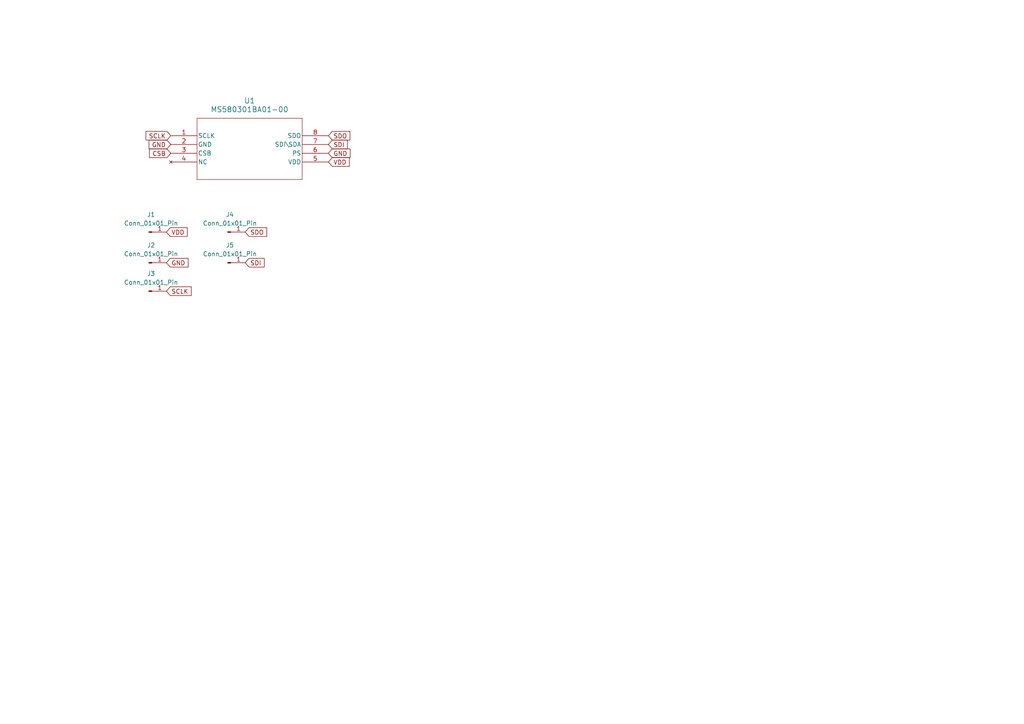
<source format=kicad_sch>
(kicad_sch (version 20230121) (generator eeschema)
  (paper "A4")
  (lib_symbols
    (symbol "Connector:Conn_01x01_Pin" (pin_names (offset 1.016) hide)
      (property "Reference" "J" (at 0 2.54 0))
      (property "Value" "Conn_01x01_Pin" (at 0 -2.54 0))
      (symbol "Conn_01x01_Pin_1_1"
        (polyline (pts (xy 1.27 0) (xy 0.8636 0)) (stroke (width 0.1524)))
        (rectangle (start 0.8636 0.127) (end 0 -0.127) (stroke (width 0.1524)) (fill (type outline)))
        (pin passive line (at 5.08 0 180) (length 3.81) (name "Pin_1") (number "1"))
      )
    )
    (symbol "Pneumatactors:MS580301BA01-00" (pin_names (offset 0.254))
      (property "Reference" "U" (at 22.86 10.16 0))
      (property "Value" "MS580301BA01-00" (at 22.86 7.62 0))
      (symbol "MS580301BA01-00_0_1"
        (polyline (pts (xy 7.62 -12.7) (xy 38.1 -12.7)) (stroke (width 0.127)))
        (polyline (pts (xy 7.62 5.08) (xy 7.62 -12.7)) (stroke (width 0.127)))
        (polyline (pts (xy 38.1 -12.7) (xy 38.1 5.08)) (stroke (width 0.127)))
        (polyline (pts (xy 38.1 5.08) (xy 7.62 5.08)) (stroke (width 0.127)))
        (pin input line (at 0 0 0) (length 7.62) (name "SCLK") (number "1"))
        (pin power_out line (at 0 -2.54 0) (length 7.62) (name "GND") (number "2"))
        (pin input line (at 0 -5.08 0) (length 7.62) (name "CSB") (number "3"))
        (pin no_connect line (at 0 -7.62 0) (length 7.62) (name "NC") (number "4"))
        (pin power_in line (at 45.72 -7.62 180) (length 7.62) (name "VDD") (number "5"))
        (pin input line (at 45.72 -5.08 180) (length 7.62) (name "PS") (number "6"))
        (pin input line (at 45.72 -2.54 180) (length 7.62) (name "SDI\\SDA") (number "7"))
        (pin output line (at 45.72 0 180) (length 7.62) (name "SDO") (number "8"))
      )
    )
  )
  (global_label "CSB" (shape input) (at 49.53 44.45 180) (property "Intersheetrefs" "${INTERSHEET_REFS}" (effects hide)))
  (global_label "VDD" (shape input) (at 95.25 46.99 0) (property "Intersheetrefs" "${INTERSHEET_REFS}" (effects hide)))
  (global_label "SDI" (shape input) (at 71.12 76.2 0) (property "Intersheetrefs" "${INTERSHEET_REFS}" (effects hide)))
  (global_label "SCLK" (shape input) (at 48.26 84.455 0) (property "Intersheetrefs" "${INTERSHEET_REFS}" (effects hide)))
  (global_label "SDO" (shape input) (at 71.12 67.31 0) (property "Intersheetrefs" "${INTERSHEET_REFS}" (effects hide)))
  (global_label "SDI" (shape input) (at 95.25 41.91 0) (property "Intersheetrefs" "${INTERSHEET_REFS}" (effects hide)))
  (global_label "SDO" (shape input) (at 95.25 39.37 0) (property "Intersheetrefs" "${INTERSHEET_REFS}" (effects hide)))
  (global_label "SCLK" (shape input) (at 49.53 39.37 180) (property "Intersheetrefs" "${INTERSHEET_REFS}" (effects hide)))
  (global_label "VDD" (shape input) (at 48.26 67.31 0) (property "Intersheetrefs" "${INTERSHEET_REFS}" (effects hide)))
  (global_label "GND" (shape input) (at 95.25 44.45 0) (property "Intersheetrefs" "${INTERSHEET_REFS}" (effects hide)))
  (global_label "GND" (shape input) (at 49.53 41.91 180) (property "Intersheetrefs" "${INTERSHEET_REFS}" (effects hide)))
  (global_label "GND" (shape input) (at 48.26 76.2 0) (property "Intersheetrefs" "${INTERSHEET_REFS}" (effects hide)))
  (symbol (lib_id "Connector:Conn_01x01_Pin") (at 66.04 67.31 0) (unit 1)
    (property "Reference" "J4" (at 66.675 62.23 0))
    (property "Value" "Conn_01x01_Pin" (at 66.675 64.77 0))
    (property "Footprint" "Pneumatactors:SingleSMDPad" (effects hide))
  )
  (symbol (lib_id "Connector:Conn_01x01_Pin") (at 43.18 76.2 0) (unit 1)
    (property "Reference" "J2" (at 43.815 71.12 0))
    (property "Value" "Conn_01x01_Pin" (at 43.815 73.66 0))
    (property "Footprint" "Pneumatactors:SingleSMDPad" (effects hide))
  )
  (symbol (lib_id "Connector:Conn_01x01_Pin") (at 43.18 84.455 0) (unit 1)
    (property "Reference" "J3" (at 43.815 79.375 0))
    (property "Value" "Conn_01x01_Pin" (at 43.815 81.915 0))
    (property "Footprint" "Pneumatactors:SingleSMDPad" (effects hide))
  )
  (symbol (lib_id "Connector:Conn_01x01_Pin") (at 43.18 67.31 0) (unit 1)
    (property "Reference" "J1" (at 43.815 62.23 0))
    (property "Value" "Conn_01x01_Pin" (at 43.815 64.77 0))
    (property "Footprint" "Pneumatactors:SingleSMDPad" (effects hide))
  )
  (symbol (lib_id "Pneumatactors:MS580301BA01-00") (at 49.53 39.37 0) (unit 1)
    (property "Reference" "U1" (at 72.39 29.21 0) (effects (font (size 1.524 1.524))))
    (property "Value" "MS580301BA01-00" (at 72.39 31.75 0) (effects (font (size 1.524 1.524))))
    (property "Footprint" "Pneumatactors:MS5803-01BA01_TEC" (effects hide))
    (property "Datasheet" "MS580301BA01-00" (effects hide))
  )
  (symbol (lib_id "Connector:Conn_01x01_Pin") (at 66.04 76.2 0) (unit 1)
    (property "Reference" "J5" (at 66.675 71.12 0))
    (property "Value" "Conn_01x01_Pin" (at 66.675 73.66 0))
    (property "Footprint" "Pneumatactors:SingleSMDPad" (effects hide))
  )
)
</source>
